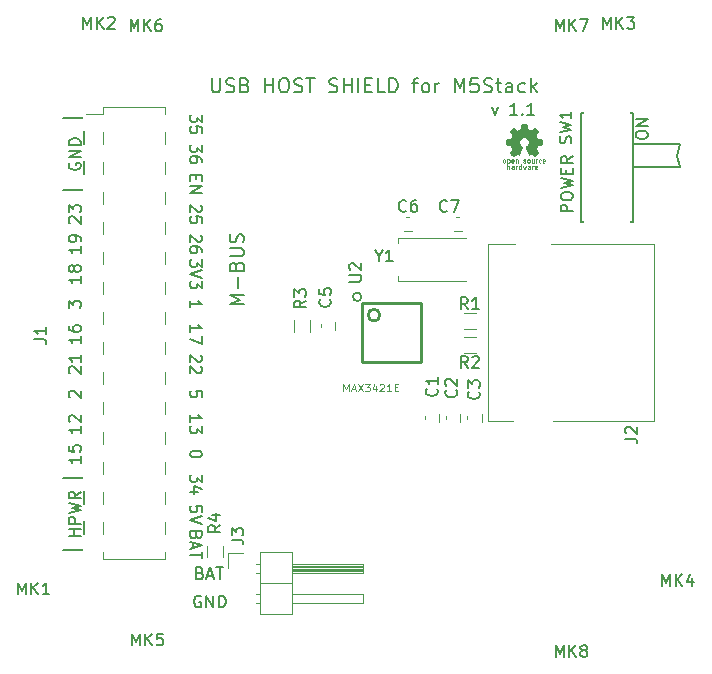
<source format=gto>
G04 #@! TF.FileFunction,Legend,Top*
%FSLAX46Y46*%
G04 Gerber Fmt 4.6, Leading zero omitted, Abs format (unit mm)*
G04 Created by KiCad (PCBNEW 4.0.7) date 07/27/18 08:10:25*
%MOMM*%
%LPD*%
G01*
G04 APERTURE LIST*
%ADD10C,0.100000*%
%ADD11C,0.150000*%
%ADD12C,0.080000*%
%ADD13C,0.200000*%
%ADD14C,0.120000*%
%ADD15C,0.254000*%
%ADD16C,0.002540*%
%ADD17C,0.050000*%
%ADD18C,3.600000*%
%ADD19R,1.150000X1.200000*%
%ADD20R,1.200000X1.150000*%
%ADD21C,2.600000*%
%ADD22R,0.900000X1.300000*%
%ADD23R,1.300000X0.900000*%
%ADD24R,1.543000X0.654000*%
%ADD25R,0.654000X1.543000*%
%ADD26R,2.400000X2.800000*%
%ADD27R,2.100000X2.100000*%
%ADD28O,2.100000X2.100000*%
%ADD29C,1.900000*%
%ADD30C,3.400000*%
%ADD31R,3.900000X3.200000*%
%ADD32R,1.750000X1.750000*%
%ADD33O,1.750000X1.750000*%
%ADD34C,1.200000*%
%ADD35C,1.400000*%
%ADD36R,3.550000X1.400000*%
G04 APERTURE END LIST*
D10*
D11*
X152474381Y-91328048D02*
X152474381Y-91137571D01*
X152522000Y-91042333D01*
X152617238Y-90947095D01*
X152807714Y-90899476D01*
X153141048Y-90899476D01*
X153331524Y-90947095D01*
X153426762Y-91042333D01*
X153474381Y-91137571D01*
X153474381Y-91328048D01*
X153426762Y-91423286D01*
X153331524Y-91518524D01*
X153141048Y-91566143D01*
X152807714Y-91566143D01*
X152617238Y-91518524D01*
X152522000Y-91423286D01*
X152474381Y-91328048D01*
X153474381Y-90470905D02*
X152474381Y-90470905D01*
X153474381Y-89899476D01*
X152474381Y-89899476D01*
X147124381Y-97717524D02*
X146124381Y-97717524D01*
X146124381Y-97336571D01*
X146172000Y-97241333D01*
X146219619Y-97193714D01*
X146314857Y-97146095D01*
X146457714Y-97146095D01*
X146552952Y-97193714D01*
X146600571Y-97241333D01*
X146648190Y-97336571D01*
X146648190Y-97717524D01*
X146124381Y-96527048D02*
X146124381Y-96336571D01*
X146172000Y-96241333D01*
X146267238Y-96146095D01*
X146457714Y-96098476D01*
X146791048Y-96098476D01*
X146981524Y-96146095D01*
X147076762Y-96241333D01*
X147124381Y-96336571D01*
X147124381Y-96527048D01*
X147076762Y-96622286D01*
X146981524Y-96717524D01*
X146791048Y-96765143D01*
X146457714Y-96765143D01*
X146267238Y-96717524D01*
X146172000Y-96622286D01*
X146124381Y-96527048D01*
X146124381Y-95765143D02*
X147124381Y-95527048D01*
X146410095Y-95336571D01*
X147124381Y-95146095D01*
X146124381Y-94908000D01*
X146600571Y-94527048D02*
X146600571Y-94193714D01*
X147124381Y-94050857D02*
X147124381Y-94527048D01*
X146124381Y-94527048D01*
X146124381Y-94050857D01*
X147124381Y-93050857D02*
X146648190Y-93384191D01*
X147124381Y-93622286D02*
X146124381Y-93622286D01*
X146124381Y-93241333D01*
X146172000Y-93146095D01*
X146219619Y-93098476D01*
X146314857Y-93050857D01*
X146457714Y-93050857D01*
X146552952Y-93098476D01*
X146600571Y-93146095D01*
X146648190Y-93241333D01*
X146648190Y-93622286D01*
D12*
X141602857Y-94140952D02*
X141602857Y-93740952D01*
X141774286Y-94140952D02*
X141774286Y-93931429D01*
X141755238Y-93893333D01*
X141717143Y-93874286D01*
X141660000Y-93874286D01*
X141621905Y-93893333D01*
X141602857Y-93912381D01*
X142136191Y-94140952D02*
X142136191Y-93931429D01*
X142117143Y-93893333D01*
X142079048Y-93874286D01*
X142002857Y-93874286D01*
X141964762Y-93893333D01*
X142136191Y-94121905D02*
X142098095Y-94140952D01*
X142002857Y-94140952D01*
X141964762Y-94121905D01*
X141945714Y-94083810D01*
X141945714Y-94045714D01*
X141964762Y-94007619D01*
X142002857Y-93988571D01*
X142098095Y-93988571D01*
X142136191Y-93969524D01*
X142326667Y-94140952D02*
X142326667Y-93874286D01*
X142326667Y-93950476D02*
X142345715Y-93912381D01*
X142364762Y-93893333D01*
X142402858Y-93874286D01*
X142440953Y-93874286D01*
X142745715Y-94140952D02*
X142745715Y-93740952D01*
X142745715Y-94121905D02*
X142707619Y-94140952D01*
X142631429Y-94140952D01*
X142593334Y-94121905D01*
X142574286Y-94102857D01*
X142555238Y-94064762D01*
X142555238Y-93950476D01*
X142574286Y-93912381D01*
X142593334Y-93893333D01*
X142631429Y-93874286D01*
X142707619Y-93874286D01*
X142745715Y-93893333D01*
X142898096Y-93874286D02*
X142974286Y-94140952D01*
X143050477Y-93950476D01*
X143126667Y-94140952D01*
X143202858Y-93874286D01*
X143526668Y-94140952D02*
X143526668Y-93931429D01*
X143507620Y-93893333D01*
X143469525Y-93874286D01*
X143393334Y-93874286D01*
X143355239Y-93893333D01*
X143526668Y-94121905D02*
X143488572Y-94140952D01*
X143393334Y-94140952D01*
X143355239Y-94121905D01*
X143336191Y-94083810D01*
X143336191Y-94045714D01*
X143355239Y-94007619D01*
X143393334Y-93988571D01*
X143488572Y-93988571D01*
X143526668Y-93969524D01*
X143717144Y-94140952D02*
X143717144Y-93874286D01*
X143717144Y-93950476D02*
X143736192Y-93912381D01*
X143755239Y-93893333D01*
X143793335Y-93874286D01*
X143831430Y-93874286D01*
X144117144Y-94121905D02*
X144079049Y-94140952D01*
X144002858Y-94140952D01*
X143964763Y-94121905D01*
X143945715Y-94083810D01*
X143945715Y-93931429D01*
X143964763Y-93893333D01*
X144002858Y-93874286D01*
X144079049Y-93874286D01*
X144117144Y-93893333D01*
X144136192Y-93931429D01*
X144136192Y-93969524D01*
X143945715Y-94007619D01*
X141295238Y-93590952D02*
X141257143Y-93571905D01*
X141238095Y-93552857D01*
X141219047Y-93514762D01*
X141219047Y-93400476D01*
X141238095Y-93362381D01*
X141257143Y-93343333D01*
X141295238Y-93324286D01*
X141352381Y-93324286D01*
X141390476Y-93343333D01*
X141409524Y-93362381D01*
X141428571Y-93400476D01*
X141428571Y-93514762D01*
X141409524Y-93552857D01*
X141390476Y-93571905D01*
X141352381Y-93590952D01*
X141295238Y-93590952D01*
X141600000Y-93324286D02*
X141600000Y-93724286D01*
X141600000Y-93343333D02*
X141638095Y-93324286D01*
X141714286Y-93324286D01*
X141752381Y-93343333D01*
X141771429Y-93362381D01*
X141790476Y-93400476D01*
X141790476Y-93514762D01*
X141771429Y-93552857D01*
X141752381Y-93571905D01*
X141714286Y-93590952D01*
X141638095Y-93590952D01*
X141600000Y-93571905D01*
X142114286Y-93571905D02*
X142076191Y-93590952D01*
X142000000Y-93590952D01*
X141961905Y-93571905D01*
X141942857Y-93533810D01*
X141942857Y-93381429D01*
X141961905Y-93343333D01*
X142000000Y-93324286D01*
X142076191Y-93324286D01*
X142114286Y-93343333D01*
X142133334Y-93381429D01*
X142133334Y-93419524D01*
X141942857Y-93457619D01*
X142304762Y-93324286D02*
X142304762Y-93590952D01*
X142304762Y-93362381D02*
X142323810Y-93343333D01*
X142361905Y-93324286D01*
X142419048Y-93324286D01*
X142457143Y-93343333D01*
X142476191Y-93381429D01*
X142476191Y-93590952D01*
X142952381Y-93571905D02*
X142990477Y-93590952D01*
X143066667Y-93590952D01*
X143104762Y-93571905D01*
X143123810Y-93533810D01*
X143123810Y-93514762D01*
X143104762Y-93476667D01*
X143066667Y-93457619D01*
X143009524Y-93457619D01*
X142971429Y-93438571D01*
X142952381Y-93400476D01*
X142952381Y-93381429D01*
X142971429Y-93343333D01*
X143009524Y-93324286D01*
X143066667Y-93324286D01*
X143104762Y-93343333D01*
X143352382Y-93590952D02*
X143314287Y-93571905D01*
X143295239Y-93552857D01*
X143276191Y-93514762D01*
X143276191Y-93400476D01*
X143295239Y-93362381D01*
X143314287Y-93343333D01*
X143352382Y-93324286D01*
X143409525Y-93324286D01*
X143447620Y-93343333D01*
X143466668Y-93362381D01*
X143485715Y-93400476D01*
X143485715Y-93514762D01*
X143466668Y-93552857D01*
X143447620Y-93571905D01*
X143409525Y-93590952D01*
X143352382Y-93590952D01*
X143828573Y-93324286D02*
X143828573Y-93590952D01*
X143657144Y-93324286D02*
X143657144Y-93533810D01*
X143676192Y-93571905D01*
X143714287Y-93590952D01*
X143771430Y-93590952D01*
X143809525Y-93571905D01*
X143828573Y-93552857D01*
X144019049Y-93590952D02*
X144019049Y-93324286D01*
X144019049Y-93400476D02*
X144038097Y-93362381D01*
X144057144Y-93343333D01*
X144095240Y-93324286D01*
X144133335Y-93324286D01*
X144438097Y-93571905D02*
X144400001Y-93590952D01*
X144323811Y-93590952D01*
X144285716Y-93571905D01*
X144266668Y-93552857D01*
X144247620Y-93514762D01*
X144247620Y-93400476D01*
X144266668Y-93362381D01*
X144285716Y-93343333D01*
X144323811Y-93324286D01*
X144400001Y-93324286D01*
X144438097Y-93343333D01*
X144761906Y-93571905D02*
X144723811Y-93590952D01*
X144647620Y-93590952D01*
X144609525Y-93571905D01*
X144590477Y-93533810D01*
X144590477Y-93381429D01*
X144609525Y-93343333D01*
X144647620Y-93324286D01*
X144723811Y-93324286D01*
X144761906Y-93343333D01*
X144780954Y-93381429D01*
X144780954Y-93419524D01*
X144590477Y-93457619D01*
D13*
X115638096Y-130300000D02*
X115542858Y-130252381D01*
X115400001Y-130252381D01*
X115257143Y-130300000D01*
X115161905Y-130395238D01*
X115114286Y-130490476D01*
X115066667Y-130680952D01*
X115066667Y-130823810D01*
X115114286Y-131014286D01*
X115161905Y-131109524D01*
X115257143Y-131204762D01*
X115400001Y-131252381D01*
X115495239Y-131252381D01*
X115638096Y-131204762D01*
X115685715Y-131157143D01*
X115685715Y-130823810D01*
X115495239Y-130823810D01*
X116114286Y-131252381D02*
X116114286Y-130252381D01*
X116685715Y-131252381D01*
X116685715Y-130252381D01*
X117161905Y-131252381D02*
X117161905Y-130252381D01*
X117400000Y-130252381D01*
X117542858Y-130300000D01*
X117638096Y-130395238D01*
X117685715Y-130490476D01*
X117733334Y-130680952D01*
X117733334Y-130823810D01*
X117685715Y-131014286D01*
X117638096Y-131109524D01*
X117542858Y-131204762D01*
X117400000Y-131252381D01*
X117161905Y-131252381D01*
X115561905Y-128328571D02*
X115704762Y-128376190D01*
X115752381Y-128423810D01*
X115800000Y-128519048D01*
X115800000Y-128661905D01*
X115752381Y-128757143D01*
X115704762Y-128804762D01*
X115609524Y-128852381D01*
X115228571Y-128852381D01*
X115228571Y-127852381D01*
X115561905Y-127852381D01*
X115657143Y-127900000D01*
X115704762Y-127947619D01*
X115752381Y-128042857D01*
X115752381Y-128138095D01*
X115704762Y-128233333D01*
X115657143Y-128280952D01*
X115561905Y-128328571D01*
X115228571Y-128328571D01*
X116180952Y-128566667D02*
X116657143Y-128566667D01*
X116085714Y-128852381D02*
X116419047Y-127852381D01*
X116752381Y-128852381D01*
X116942857Y-127852381D02*
X117514286Y-127852381D01*
X117228571Y-128852381D02*
X117228571Y-127852381D01*
X140290476Y-88885714D02*
X140528571Y-89552381D01*
X140766667Y-88885714D01*
X142433334Y-89552381D02*
X141861905Y-89552381D01*
X142147619Y-89552381D02*
X142147619Y-88552381D01*
X142052381Y-88695238D01*
X141957143Y-88790476D01*
X141861905Y-88838095D01*
X142861905Y-89457143D02*
X142909524Y-89504762D01*
X142861905Y-89552381D01*
X142814286Y-89504762D01*
X142861905Y-89457143D01*
X142861905Y-89552381D01*
X143861905Y-89552381D02*
X143290476Y-89552381D01*
X143576190Y-89552381D02*
X143576190Y-88552381D01*
X143480952Y-88695238D01*
X143385714Y-88790476D01*
X143290476Y-88838095D01*
X119274857Y-105589857D02*
X118074857Y-105589857D01*
X118932000Y-105189857D01*
X118074857Y-104789857D01*
X119274857Y-104789857D01*
X118817714Y-104218428D02*
X118817714Y-103304142D01*
X118646286Y-102332714D02*
X118703429Y-102161285D01*
X118760571Y-102104142D01*
X118874857Y-102046999D01*
X119046286Y-102046999D01*
X119160571Y-102104142D01*
X119217714Y-102161285D01*
X119274857Y-102275571D01*
X119274857Y-102732714D01*
X118074857Y-102732714D01*
X118074857Y-102332714D01*
X118132000Y-102218428D01*
X118189143Y-102161285D01*
X118303429Y-102104142D01*
X118417714Y-102104142D01*
X118532000Y-102161285D01*
X118589143Y-102218428D01*
X118646286Y-102332714D01*
X118646286Y-102732714D01*
X118074857Y-101532714D02*
X119046286Y-101532714D01*
X119160571Y-101475571D01*
X119217714Y-101418428D01*
X119274857Y-101304142D01*
X119274857Y-101075571D01*
X119217714Y-100961285D01*
X119160571Y-100904142D01*
X119046286Y-100846999D01*
X118074857Y-100846999D01*
X119217714Y-100332714D02*
X119274857Y-100161285D01*
X119274857Y-99875571D01*
X119217714Y-99761285D01*
X119160571Y-99704142D01*
X119046286Y-99646999D01*
X118932000Y-99646999D01*
X118817714Y-99704142D01*
X118760571Y-99761285D01*
X118703429Y-99875571D01*
X118646286Y-100104142D01*
X118589143Y-100218428D01*
X118532000Y-100275571D01*
X118417714Y-100332714D01*
X118303429Y-100332714D01*
X118189143Y-100275571D01*
X118132000Y-100218428D01*
X118074857Y-100104142D01*
X118074857Y-99818428D01*
X118132000Y-99646999D01*
X116585714Y-86442857D02*
X116585714Y-87414286D01*
X116642857Y-87528571D01*
X116700000Y-87585714D01*
X116814286Y-87642857D01*
X117042857Y-87642857D01*
X117157143Y-87585714D01*
X117214286Y-87528571D01*
X117271429Y-87414286D01*
X117271429Y-86442857D01*
X117785714Y-87585714D02*
X117957143Y-87642857D01*
X118242857Y-87642857D01*
X118357143Y-87585714D01*
X118414286Y-87528571D01*
X118471429Y-87414286D01*
X118471429Y-87300000D01*
X118414286Y-87185714D01*
X118357143Y-87128571D01*
X118242857Y-87071429D01*
X118014286Y-87014286D01*
X117900000Y-86957143D01*
X117842857Y-86900000D01*
X117785714Y-86785714D01*
X117785714Y-86671429D01*
X117842857Y-86557143D01*
X117900000Y-86500000D01*
X118014286Y-86442857D01*
X118300000Y-86442857D01*
X118471429Y-86500000D01*
X119385714Y-87014286D02*
X119557143Y-87071429D01*
X119614286Y-87128571D01*
X119671429Y-87242857D01*
X119671429Y-87414286D01*
X119614286Y-87528571D01*
X119557143Y-87585714D01*
X119442857Y-87642857D01*
X118985714Y-87642857D01*
X118985714Y-86442857D01*
X119385714Y-86442857D01*
X119500000Y-86500000D01*
X119557143Y-86557143D01*
X119614286Y-86671429D01*
X119614286Y-86785714D01*
X119557143Y-86900000D01*
X119500000Y-86957143D01*
X119385714Y-87014286D01*
X118985714Y-87014286D01*
X121100000Y-87642857D02*
X121100000Y-86442857D01*
X121100000Y-87014286D02*
X121785715Y-87014286D01*
X121785715Y-87642857D02*
X121785715Y-86442857D01*
X122585715Y-86442857D02*
X122814286Y-86442857D01*
X122928572Y-86500000D01*
X123042858Y-86614286D01*
X123100000Y-86842857D01*
X123100000Y-87242857D01*
X123042858Y-87471429D01*
X122928572Y-87585714D01*
X122814286Y-87642857D01*
X122585715Y-87642857D01*
X122471429Y-87585714D01*
X122357143Y-87471429D01*
X122300000Y-87242857D01*
X122300000Y-86842857D01*
X122357143Y-86614286D01*
X122471429Y-86500000D01*
X122585715Y-86442857D01*
X123557143Y-87585714D02*
X123728572Y-87642857D01*
X124014286Y-87642857D01*
X124128572Y-87585714D01*
X124185715Y-87528571D01*
X124242858Y-87414286D01*
X124242858Y-87300000D01*
X124185715Y-87185714D01*
X124128572Y-87128571D01*
X124014286Y-87071429D01*
X123785715Y-87014286D01*
X123671429Y-86957143D01*
X123614286Y-86900000D01*
X123557143Y-86785714D01*
X123557143Y-86671429D01*
X123614286Y-86557143D01*
X123671429Y-86500000D01*
X123785715Y-86442857D01*
X124071429Y-86442857D01*
X124242858Y-86500000D01*
X124585715Y-86442857D02*
X125271429Y-86442857D01*
X124928572Y-87642857D02*
X124928572Y-86442857D01*
X126528572Y-87585714D02*
X126700001Y-87642857D01*
X126985715Y-87642857D01*
X127100001Y-87585714D01*
X127157144Y-87528571D01*
X127214287Y-87414286D01*
X127214287Y-87300000D01*
X127157144Y-87185714D01*
X127100001Y-87128571D01*
X126985715Y-87071429D01*
X126757144Y-87014286D01*
X126642858Y-86957143D01*
X126585715Y-86900000D01*
X126528572Y-86785714D01*
X126528572Y-86671429D01*
X126585715Y-86557143D01*
X126642858Y-86500000D01*
X126757144Y-86442857D01*
X127042858Y-86442857D01*
X127214287Y-86500000D01*
X127728572Y-87642857D02*
X127728572Y-86442857D01*
X127728572Y-87014286D02*
X128414287Y-87014286D01*
X128414287Y-87642857D02*
X128414287Y-86442857D01*
X128985715Y-87642857D02*
X128985715Y-86442857D01*
X129557144Y-87014286D02*
X129957144Y-87014286D01*
X130128573Y-87642857D02*
X129557144Y-87642857D01*
X129557144Y-86442857D01*
X130128573Y-86442857D01*
X131214287Y-87642857D02*
X130642858Y-87642857D01*
X130642858Y-86442857D01*
X131614287Y-87642857D02*
X131614287Y-86442857D01*
X131900002Y-86442857D01*
X132071430Y-86500000D01*
X132185716Y-86614286D01*
X132242859Y-86728571D01*
X132300002Y-86957143D01*
X132300002Y-87128571D01*
X132242859Y-87357143D01*
X132185716Y-87471429D01*
X132071430Y-87585714D01*
X131900002Y-87642857D01*
X131614287Y-87642857D01*
X133557145Y-86842857D02*
X134014288Y-86842857D01*
X133728573Y-87642857D02*
X133728573Y-86614286D01*
X133785716Y-86500000D01*
X133900002Y-86442857D01*
X134014288Y-86442857D01*
X134585716Y-87642857D02*
X134471430Y-87585714D01*
X134414287Y-87528571D01*
X134357144Y-87414286D01*
X134357144Y-87071429D01*
X134414287Y-86957143D01*
X134471430Y-86900000D01*
X134585716Y-86842857D01*
X134757144Y-86842857D01*
X134871430Y-86900000D01*
X134928573Y-86957143D01*
X134985716Y-87071429D01*
X134985716Y-87414286D01*
X134928573Y-87528571D01*
X134871430Y-87585714D01*
X134757144Y-87642857D01*
X134585716Y-87642857D01*
X135500001Y-87642857D02*
X135500001Y-86842857D01*
X135500001Y-87071429D02*
X135557144Y-86957143D01*
X135614287Y-86900000D01*
X135728573Y-86842857D01*
X135842858Y-86842857D01*
X137157144Y-87642857D02*
X137157144Y-86442857D01*
X137557144Y-87300000D01*
X137957144Y-86442857D01*
X137957144Y-87642857D01*
X139100002Y-86442857D02*
X138528573Y-86442857D01*
X138471430Y-87014286D01*
X138528573Y-86957143D01*
X138642859Y-86900000D01*
X138928573Y-86900000D01*
X139042859Y-86957143D01*
X139100002Y-87014286D01*
X139157145Y-87128571D01*
X139157145Y-87414286D01*
X139100002Y-87528571D01*
X139042859Y-87585714D01*
X138928573Y-87642857D01*
X138642859Y-87642857D01*
X138528573Y-87585714D01*
X138471430Y-87528571D01*
X139614287Y-87585714D02*
X139785716Y-87642857D01*
X140071430Y-87642857D01*
X140185716Y-87585714D01*
X140242859Y-87528571D01*
X140300002Y-87414286D01*
X140300002Y-87300000D01*
X140242859Y-87185714D01*
X140185716Y-87128571D01*
X140071430Y-87071429D01*
X139842859Y-87014286D01*
X139728573Y-86957143D01*
X139671430Y-86900000D01*
X139614287Y-86785714D01*
X139614287Y-86671429D01*
X139671430Y-86557143D01*
X139728573Y-86500000D01*
X139842859Y-86442857D01*
X140128573Y-86442857D01*
X140300002Y-86500000D01*
X140642859Y-86842857D02*
X141100002Y-86842857D01*
X140814287Y-86442857D02*
X140814287Y-87471429D01*
X140871430Y-87585714D01*
X140985716Y-87642857D01*
X141100002Y-87642857D01*
X142014287Y-87642857D02*
X142014287Y-87014286D01*
X141957144Y-86900000D01*
X141842858Y-86842857D01*
X141614287Y-86842857D01*
X141500001Y-86900000D01*
X142014287Y-87585714D02*
X141900001Y-87642857D01*
X141614287Y-87642857D01*
X141500001Y-87585714D01*
X141442858Y-87471429D01*
X141442858Y-87357143D01*
X141500001Y-87242857D01*
X141614287Y-87185714D01*
X141900001Y-87185714D01*
X142014287Y-87128571D01*
X143100001Y-87585714D02*
X142985715Y-87642857D01*
X142757144Y-87642857D01*
X142642858Y-87585714D01*
X142585715Y-87528571D01*
X142528572Y-87414286D01*
X142528572Y-87071429D01*
X142585715Y-86957143D01*
X142642858Y-86900000D01*
X142757144Y-86842857D01*
X142985715Y-86842857D01*
X143100001Y-86900000D01*
X143614286Y-87642857D02*
X143614286Y-86442857D01*
X143728572Y-87185714D02*
X144071429Y-87642857D01*
X144071429Y-86842857D02*
X143614286Y-87300000D01*
X129233210Y-104952000D02*
G75*
G03X129233210Y-104952000I-359210J0D01*
G01*
X115247429Y-125149905D02*
X115199810Y-125292762D01*
X115152190Y-125340381D01*
X115056952Y-125388000D01*
X114914095Y-125388000D01*
X114818857Y-125340381D01*
X114771238Y-125292762D01*
X114723619Y-125197524D01*
X114723619Y-124816571D01*
X115723619Y-124816571D01*
X115723619Y-125149905D01*
X115676000Y-125245143D01*
X115628381Y-125292762D01*
X115533143Y-125340381D01*
X115437905Y-125340381D01*
X115342667Y-125292762D01*
X115295048Y-125245143D01*
X115247429Y-125149905D01*
X115247429Y-124816571D01*
X115009333Y-125768952D02*
X115009333Y-126245143D01*
X114723619Y-125673714D02*
X115723619Y-126007047D01*
X114723619Y-126340381D01*
X115723619Y-126530857D02*
X115723619Y-127102286D01*
X114723619Y-126816571D02*
X115723619Y-126816571D01*
X115723619Y-123157524D02*
X115723619Y-122681333D01*
X115247429Y-122633714D01*
X115295048Y-122681333D01*
X115342667Y-122776571D01*
X115342667Y-123014667D01*
X115295048Y-123109905D01*
X115247429Y-123157524D01*
X115152190Y-123205143D01*
X114914095Y-123205143D01*
X114818857Y-123157524D01*
X114771238Y-123109905D01*
X114723619Y-123014667D01*
X114723619Y-122776571D01*
X114771238Y-122681333D01*
X114818857Y-122633714D01*
X115723619Y-123490857D02*
X114723619Y-123824190D01*
X115723619Y-124157524D01*
X115723619Y-119998476D02*
X115723619Y-120617524D01*
X115342667Y-120284190D01*
X115342667Y-120427048D01*
X115295048Y-120522286D01*
X115247429Y-120569905D01*
X115152190Y-120617524D01*
X114914095Y-120617524D01*
X114818857Y-120569905D01*
X114771238Y-120522286D01*
X114723619Y-120427048D01*
X114723619Y-120141333D01*
X114771238Y-120046095D01*
X114818857Y-119998476D01*
X115390286Y-121474667D02*
X114723619Y-121474667D01*
X115771238Y-121236571D02*
X115056952Y-120998476D01*
X115056952Y-121617524D01*
X115723619Y-118220381D02*
X115723619Y-118315620D01*
X115676000Y-118410858D01*
X115628381Y-118458477D01*
X115533143Y-118506096D01*
X115342667Y-118553715D01*
X115104571Y-118553715D01*
X114914095Y-118506096D01*
X114818857Y-118458477D01*
X114771238Y-118410858D01*
X114723619Y-118315620D01*
X114723619Y-118220381D01*
X114771238Y-118125143D01*
X114818857Y-118077524D01*
X114914095Y-118029905D01*
X115104571Y-117982286D01*
X115342667Y-117982286D01*
X115533143Y-118029905D01*
X115628381Y-118077524D01*
X115676000Y-118125143D01*
X115723619Y-118220381D01*
X114723619Y-115537524D02*
X114723619Y-114966095D01*
X114723619Y-115251809D02*
X115723619Y-115251809D01*
X115580762Y-115156571D01*
X115485524Y-115061333D01*
X115437905Y-114966095D01*
X115723619Y-115870857D02*
X115723619Y-116489905D01*
X115342667Y-116156571D01*
X115342667Y-116299429D01*
X115295048Y-116394667D01*
X115247429Y-116442286D01*
X115152190Y-116489905D01*
X114914095Y-116489905D01*
X114818857Y-116442286D01*
X114771238Y-116394667D01*
X114723619Y-116299429D01*
X114723619Y-116013714D01*
X114771238Y-115918476D01*
X114818857Y-115870857D01*
X115723619Y-113426096D02*
X115723619Y-112949905D01*
X115247429Y-112902286D01*
X115295048Y-112949905D01*
X115342667Y-113045143D01*
X115342667Y-113283239D01*
X115295048Y-113378477D01*
X115247429Y-113426096D01*
X115152190Y-113473715D01*
X114914095Y-113473715D01*
X114818857Y-113426096D01*
X114771238Y-113378477D01*
X114723619Y-113283239D01*
X114723619Y-113045143D01*
X114771238Y-112949905D01*
X114818857Y-112902286D01*
X115628381Y-109886095D02*
X115676000Y-109933714D01*
X115723619Y-110028952D01*
X115723619Y-110267048D01*
X115676000Y-110362286D01*
X115628381Y-110409905D01*
X115533143Y-110457524D01*
X115437905Y-110457524D01*
X115295048Y-110409905D01*
X114723619Y-109838476D01*
X114723619Y-110457524D01*
X115628381Y-110838476D02*
X115676000Y-110886095D01*
X115723619Y-110981333D01*
X115723619Y-111219429D01*
X115676000Y-111314667D01*
X115628381Y-111362286D01*
X115533143Y-111409905D01*
X115437905Y-111409905D01*
X115295048Y-111362286D01*
X114723619Y-110790857D01*
X114723619Y-111409905D01*
X114723619Y-107917524D02*
X114723619Y-107346095D01*
X114723619Y-107631809D02*
X115723619Y-107631809D01*
X115580762Y-107536571D01*
X115485524Y-107441333D01*
X115437905Y-107346095D01*
X115723619Y-108250857D02*
X115723619Y-108917524D01*
X114723619Y-108488952D01*
X114723619Y-105853715D02*
X114723619Y-105282286D01*
X114723619Y-105568000D02*
X115723619Y-105568000D01*
X115580762Y-105472762D01*
X115485524Y-105377524D01*
X115437905Y-105282286D01*
X115723619Y-101789905D02*
X115723619Y-102408953D01*
X115342667Y-102075619D01*
X115342667Y-102218477D01*
X115295048Y-102313715D01*
X115247429Y-102361334D01*
X115152190Y-102408953D01*
X114914095Y-102408953D01*
X114818857Y-102361334D01*
X114771238Y-102313715D01*
X114723619Y-102218477D01*
X114723619Y-101932762D01*
X114771238Y-101837524D01*
X114818857Y-101789905D01*
X115723619Y-102694667D02*
X114723619Y-103028000D01*
X115723619Y-103361334D01*
X115723619Y-103599429D02*
X115723619Y-104218477D01*
X115342667Y-103885143D01*
X115342667Y-104028001D01*
X115295048Y-104123239D01*
X115247429Y-104170858D01*
X115152190Y-104218477D01*
X114914095Y-104218477D01*
X114818857Y-104170858D01*
X114771238Y-104123239D01*
X114723619Y-104028001D01*
X114723619Y-103742286D01*
X114771238Y-103647048D01*
X114818857Y-103599429D01*
X115628381Y-99726095D02*
X115676000Y-99773714D01*
X115723619Y-99868952D01*
X115723619Y-100107048D01*
X115676000Y-100202286D01*
X115628381Y-100249905D01*
X115533143Y-100297524D01*
X115437905Y-100297524D01*
X115295048Y-100249905D01*
X114723619Y-99678476D01*
X114723619Y-100297524D01*
X115723619Y-101154667D02*
X115723619Y-100964190D01*
X115676000Y-100868952D01*
X115628381Y-100821333D01*
X115485524Y-100726095D01*
X115295048Y-100678476D01*
X114914095Y-100678476D01*
X114818857Y-100726095D01*
X114771238Y-100773714D01*
X114723619Y-100868952D01*
X114723619Y-101059429D01*
X114771238Y-101154667D01*
X114818857Y-101202286D01*
X114914095Y-101249905D01*
X115152190Y-101249905D01*
X115247429Y-101202286D01*
X115295048Y-101154667D01*
X115342667Y-101059429D01*
X115342667Y-100868952D01*
X115295048Y-100773714D01*
X115247429Y-100726095D01*
X115152190Y-100678476D01*
X115628381Y-97186095D02*
X115676000Y-97233714D01*
X115723619Y-97328952D01*
X115723619Y-97567048D01*
X115676000Y-97662286D01*
X115628381Y-97709905D01*
X115533143Y-97757524D01*
X115437905Y-97757524D01*
X115295048Y-97709905D01*
X114723619Y-97138476D01*
X114723619Y-97757524D01*
X115723619Y-98662286D02*
X115723619Y-98186095D01*
X115247429Y-98138476D01*
X115295048Y-98186095D01*
X115342667Y-98281333D01*
X115342667Y-98519429D01*
X115295048Y-98614667D01*
X115247429Y-98662286D01*
X115152190Y-98709905D01*
X114914095Y-98709905D01*
X114818857Y-98662286D01*
X114771238Y-98614667D01*
X114723619Y-98519429D01*
X114723619Y-98281333D01*
X114771238Y-98186095D01*
X114818857Y-98138476D01*
X115247429Y-94669905D02*
X115247429Y-95003239D01*
X114723619Y-95146096D02*
X114723619Y-94669905D01*
X115723619Y-94669905D01*
X115723619Y-95146096D01*
X114723619Y-95574667D02*
X115723619Y-95574667D01*
X114723619Y-96146096D01*
X115723619Y-96146096D01*
X115723619Y-92058476D02*
X115723619Y-92677524D01*
X115342667Y-92344190D01*
X115342667Y-92487048D01*
X115295048Y-92582286D01*
X115247429Y-92629905D01*
X115152190Y-92677524D01*
X114914095Y-92677524D01*
X114818857Y-92629905D01*
X114771238Y-92582286D01*
X114723619Y-92487048D01*
X114723619Y-92201333D01*
X114771238Y-92106095D01*
X114818857Y-92058476D01*
X115723619Y-93534667D02*
X115723619Y-93344190D01*
X115676000Y-93248952D01*
X115628381Y-93201333D01*
X115485524Y-93106095D01*
X115295048Y-93058476D01*
X114914095Y-93058476D01*
X114818857Y-93106095D01*
X114771238Y-93153714D01*
X114723619Y-93248952D01*
X114723619Y-93439429D01*
X114771238Y-93534667D01*
X114818857Y-93582286D01*
X114914095Y-93629905D01*
X115152190Y-93629905D01*
X115247429Y-93582286D01*
X115295048Y-93534667D01*
X115342667Y-93439429D01*
X115342667Y-93248952D01*
X115295048Y-93153714D01*
X115247429Y-93106095D01*
X115152190Y-93058476D01*
X115723619Y-89518476D02*
X115723619Y-90137524D01*
X115342667Y-89804190D01*
X115342667Y-89947048D01*
X115295048Y-90042286D01*
X115247429Y-90089905D01*
X115152190Y-90137524D01*
X114914095Y-90137524D01*
X114818857Y-90089905D01*
X114771238Y-90042286D01*
X114723619Y-89947048D01*
X114723619Y-89661333D01*
X114771238Y-89566095D01*
X114818857Y-89518476D01*
X115723619Y-91042286D02*
X115723619Y-90566095D01*
X115247429Y-90518476D01*
X115295048Y-90566095D01*
X115342667Y-90661333D01*
X115342667Y-90899429D01*
X115295048Y-90994667D01*
X115247429Y-91042286D01*
X115152190Y-91089905D01*
X114914095Y-91089905D01*
X114818857Y-91042286D01*
X114771238Y-90994667D01*
X114723619Y-90899429D01*
X114723619Y-90661333D01*
X114771238Y-90566095D01*
X114818857Y-90518476D01*
X105778000Y-126396000D02*
X104000000Y-126396000D01*
X105778000Y-120300000D02*
X105778000Y-126396000D01*
X104000000Y-120300000D02*
X105778000Y-120300000D01*
X105778000Y-89820000D02*
X105778000Y-95916000D01*
X105778000Y-95916000D02*
X104000000Y-95916000D01*
X104000000Y-89820000D02*
X105778000Y-89820000D01*
X105468381Y-125205143D02*
X104468381Y-125205143D01*
X104944571Y-125205143D02*
X104944571Y-124633714D01*
X105468381Y-124633714D02*
X104468381Y-124633714D01*
X105468381Y-124157524D02*
X104468381Y-124157524D01*
X104468381Y-123776571D01*
X104516000Y-123681333D01*
X104563619Y-123633714D01*
X104658857Y-123586095D01*
X104801714Y-123586095D01*
X104896952Y-123633714D01*
X104944571Y-123681333D01*
X104992190Y-123776571D01*
X104992190Y-124157524D01*
X104468381Y-123252762D02*
X105468381Y-123014667D01*
X104754095Y-122824190D01*
X105468381Y-122633714D01*
X104468381Y-122395619D01*
X105468381Y-121443238D02*
X104992190Y-121776572D01*
X105468381Y-122014667D02*
X104468381Y-122014667D01*
X104468381Y-121633714D01*
X104516000Y-121538476D01*
X104563619Y-121490857D01*
X104658857Y-121443238D01*
X104801714Y-121443238D01*
X104896952Y-121490857D01*
X104944571Y-121538476D01*
X104992190Y-121633714D01*
X104992190Y-122014667D01*
X105468381Y-118458476D02*
X105468381Y-119029905D01*
X105468381Y-118744191D02*
X104468381Y-118744191D01*
X104611238Y-118839429D01*
X104706476Y-118934667D01*
X104754095Y-119029905D01*
X104468381Y-117553714D02*
X104468381Y-118029905D01*
X104944571Y-118077524D01*
X104896952Y-118029905D01*
X104849333Y-117934667D01*
X104849333Y-117696571D01*
X104896952Y-117601333D01*
X104944571Y-117553714D01*
X105039810Y-117506095D01*
X105277905Y-117506095D01*
X105373143Y-117553714D01*
X105420762Y-117601333D01*
X105468381Y-117696571D01*
X105468381Y-117934667D01*
X105420762Y-118029905D01*
X105373143Y-118077524D01*
X105468381Y-115918476D02*
X105468381Y-116489905D01*
X105468381Y-116204191D02*
X104468381Y-116204191D01*
X104611238Y-116299429D01*
X104706476Y-116394667D01*
X104754095Y-116489905D01*
X104563619Y-115537524D02*
X104516000Y-115489905D01*
X104468381Y-115394667D01*
X104468381Y-115156571D01*
X104516000Y-115061333D01*
X104563619Y-115013714D01*
X104658857Y-114966095D01*
X104754095Y-114966095D01*
X104896952Y-115013714D01*
X105468381Y-115585143D01*
X105468381Y-114966095D01*
X104563619Y-113473714D02*
X104516000Y-113426095D01*
X104468381Y-113330857D01*
X104468381Y-113092761D01*
X104516000Y-112997523D01*
X104563619Y-112949904D01*
X104658857Y-112902285D01*
X104754095Y-112902285D01*
X104896952Y-112949904D01*
X105468381Y-113521333D01*
X105468381Y-112902285D01*
X104563619Y-111409905D02*
X104516000Y-111362286D01*
X104468381Y-111267048D01*
X104468381Y-111028952D01*
X104516000Y-110933714D01*
X104563619Y-110886095D01*
X104658857Y-110838476D01*
X104754095Y-110838476D01*
X104896952Y-110886095D01*
X105468381Y-111457524D01*
X105468381Y-110838476D01*
X105468381Y-109886095D02*
X105468381Y-110457524D01*
X105468381Y-110171810D02*
X104468381Y-110171810D01*
X104611238Y-110267048D01*
X104706476Y-110362286D01*
X104754095Y-110457524D01*
X105468381Y-108298476D02*
X105468381Y-108869905D01*
X105468381Y-108584191D02*
X104468381Y-108584191D01*
X104611238Y-108679429D01*
X104706476Y-108774667D01*
X104754095Y-108869905D01*
X104468381Y-107441333D02*
X104468381Y-107631810D01*
X104516000Y-107727048D01*
X104563619Y-107774667D01*
X104706476Y-107869905D01*
X104896952Y-107917524D01*
X105277905Y-107917524D01*
X105373143Y-107869905D01*
X105420762Y-107822286D01*
X105468381Y-107727048D01*
X105468381Y-107536571D01*
X105420762Y-107441333D01*
X105373143Y-107393714D01*
X105277905Y-107346095D01*
X105039810Y-107346095D01*
X104944571Y-107393714D01*
X104896952Y-107441333D01*
X104849333Y-107536571D01*
X104849333Y-107727048D01*
X104896952Y-107822286D01*
X104944571Y-107869905D01*
X105039810Y-107917524D01*
X104468381Y-105901333D02*
X104468381Y-105282285D01*
X104849333Y-105615619D01*
X104849333Y-105472761D01*
X104896952Y-105377523D01*
X104944571Y-105329904D01*
X105039810Y-105282285D01*
X105277905Y-105282285D01*
X105373143Y-105329904D01*
X105420762Y-105377523D01*
X105468381Y-105472761D01*
X105468381Y-105758476D01*
X105420762Y-105853714D01*
X105373143Y-105901333D01*
X105468381Y-103218476D02*
X105468381Y-103789905D01*
X105468381Y-103504191D02*
X104468381Y-103504191D01*
X104611238Y-103599429D01*
X104706476Y-103694667D01*
X104754095Y-103789905D01*
X104896952Y-102647048D02*
X104849333Y-102742286D01*
X104801714Y-102789905D01*
X104706476Y-102837524D01*
X104658857Y-102837524D01*
X104563619Y-102789905D01*
X104516000Y-102742286D01*
X104468381Y-102647048D01*
X104468381Y-102456571D01*
X104516000Y-102361333D01*
X104563619Y-102313714D01*
X104658857Y-102266095D01*
X104706476Y-102266095D01*
X104801714Y-102313714D01*
X104849333Y-102361333D01*
X104896952Y-102456571D01*
X104896952Y-102647048D01*
X104944571Y-102742286D01*
X104992190Y-102789905D01*
X105087429Y-102837524D01*
X105277905Y-102837524D01*
X105373143Y-102789905D01*
X105420762Y-102742286D01*
X105468381Y-102647048D01*
X105468381Y-102456571D01*
X105420762Y-102361333D01*
X105373143Y-102313714D01*
X105277905Y-102266095D01*
X105087429Y-102266095D01*
X104992190Y-102313714D01*
X104944571Y-102361333D01*
X104896952Y-102456571D01*
X105468381Y-100678476D02*
X105468381Y-101249905D01*
X105468381Y-100964191D02*
X104468381Y-100964191D01*
X104611238Y-101059429D01*
X104706476Y-101154667D01*
X104754095Y-101249905D01*
X105468381Y-100202286D02*
X105468381Y-100011810D01*
X105420762Y-99916571D01*
X105373143Y-99868952D01*
X105230286Y-99773714D01*
X105039810Y-99726095D01*
X104658857Y-99726095D01*
X104563619Y-99773714D01*
X104516000Y-99821333D01*
X104468381Y-99916571D01*
X104468381Y-100107048D01*
X104516000Y-100202286D01*
X104563619Y-100249905D01*
X104658857Y-100297524D01*
X104896952Y-100297524D01*
X104992190Y-100249905D01*
X105039810Y-100202286D01*
X105087429Y-100107048D01*
X105087429Y-99916571D01*
X105039810Y-99821333D01*
X104992190Y-99773714D01*
X104896952Y-99726095D01*
X104563619Y-98709905D02*
X104516000Y-98662286D01*
X104468381Y-98567048D01*
X104468381Y-98328952D01*
X104516000Y-98233714D01*
X104563619Y-98186095D01*
X104658857Y-98138476D01*
X104754095Y-98138476D01*
X104896952Y-98186095D01*
X105468381Y-98757524D01*
X105468381Y-98138476D01*
X104468381Y-97805143D02*
X104468381Y-97186095D01*
X104849333Y-97519429D01*
X104849333Y-97376571D01*
X104896952Y-97281333D01*
X104944571Y-97233714D01*
X105039810Y-97186095D01*
X105277905Y-97186095D01*
X105373143Y-97233714D01*
X105420762Y-97281333D01*
X105468381Y-97376571D01*
X105468381Y-97662286D01*
X105420762Y-97757524D01*
X105373143Y-97805143D01*
X104516000Y-93629904D02*
X104468381Y-93725142D01*
X104468381Y-93867999D01*
X104516000Y-94010857D01*
X104611238Y-94106095D01*
X104706476Y-94153714D01*
X104896952Y-94201333D01*
X105039810Y-94201333D01*
X105230286Y-94153714D01*
X105325524Y-94106095D01*
X105420762Y-94010857D01*
X105468381Y-93867999D01*
X105468381Y-93772761D01*
X105420762Y-93629904D01*
X105373143Y-93582285D01*
X105039810Y-93582285D01*
X105039810Y-93772761D01*
X105468381Y-93153714D02*
X104468381Y-93153714D01*
X105468381Y-92582285D01*
X104468381Y-92582285D01*
X105468381Y-92106095D02*
X104468381Y-92106095D01*
X104468381Y-91868000D01*
X104516000Y-91725142D01*
X104611238Y-91629904D01*
X104706476Y-91582285D01*
X104896952Y-91534666D01*
X105039810Y-91534666D01*
X105230286Y-91582285D01*
X105325524Y-91629904D01*
X105420762Y-91725142D01*
X105468381Y-91868000D01*
X105468381Y-92106095D01*
D14*
X138214000Y-115570000D02*
X138214000Y-114870000D01*
X139414000Y-114870000D02*
X139414000Y-115570000D01*
X134642000Y-115570000D02*
X134642000Y-114870000D01*
X135842000Y-114870000D02*
X135842000Y-115570000D01*
X136420000Y-115570000D02*
X136420000Y-114870000D01*
X137620000Y-114870000D02*
X137620000Y-115570000D01*
X125800000Y-107750000D02*
X125800000Y-107050000D01*
X127000000Y-107050000D02*
X127000000Y-107750000D01*
X133550000Y-99400000D02*
X132850000Y-99400000D01*
X132850000Y-98200000D02*
X133550000Y-98200000D01*
X137050000Y-98200000D02*
X137750000Y-98200000D01*
X137750000Y-99400000D02*
X137050000Y-99400000D01*
X138900000Y-107680000D02*
X137900000Y-107680000D01*
X137900000Y-106320000D02*
X138900000Y-106320000D01*
X138900000Y-109680000D02*
X137900000Y-109680000D01*
X137900000Y-108320000D02*
X138900000Y-108320000D01*
X124880000Y-106900000D02*
X124880000Y-107900000D01*
X123520000Y-107900000D02*
X123520000Y-106900000D01*
D15*
X129300000Y-110500000D02*
X134300000Y-110500000D01*
X134300000Y-110500000D02*
X134300000Y-105500000D01*
X134300000Y-105500000D02*
X129300000Y-105500000D01*
X129300000Y-105500000D02*
X129300000Y-110500000D01*
X130800000Y-106500000D02*
G75*
G03X130800000Y-106500000I-500000J0D01*
G01*
D14*
X138100000Y-100000000D02*
X132350000Y-100000000D01*
X132350000Y-100000000D02*
X132350000Y-103600000D01*
X132350000Y-103600000D02*
X138100000Y-103600000D01*
X120680000Y-126590000D02*
X120680000Y-131790000D01*
X120680000Y-131790000D02*
X123340000Y-131790000D01*
X123340000Y-131790000D02*
X123340000Y-126590000D01*
X123340000Y-126590000D02*
X120680000Y-126590000D01*
X123340000Y-127540000D02*
X129340000Y-127540000D01*
X129340000Y-127540000D02*
X129340000Y-128300000D01*
X129340000Y-128300000D02*
X123340000Y-128300000D01*
X123340000Y-127600000D02*
X129340000Y-127600000D01*
X123340000Y-127720000D02*
X129340000Y-127720000D01*
X123340000Y-127840000D02*
X129340000Y-127840000D01*
X123340000Y-127960000D02*
X129340000Y-127960000D01*
X123340000Y-128080000D02*
X129340000Y-128080000D01*
X123340000Y-128200000D02*
X129340000Y-128200000D01*
X120350000Y-127540000D02*
X120680000Y-127540000D01*
X120350000Y-128300000D02*
X120680000Y-128300000D01*
X120680000Y-129190000D02*
X123340000Y-129190000D01*
X123340000Y-130080000D02*
X129340000Y-130080000D01*
X129340000Y-130080000D02*
X129340000Y-130840000D01*
X129340000Y-130840000D02*
X123340000Y-130840000D01*
X120282929Y-130080000D02*
X120680000Y-130080000D01*
X120282929Y-130840000D02*
X120680000Y-130840000D01*
X117970000Y-127920000D02*
X117970000Y-126650000D01*
X117970000Y-126650000D02*
X119240000Y-126650000D01*
D16*
G36*
X142090680Y-93046200D02*
X142108460Y-93038580D01*
X142141480Y-93015720D01*
X142192280Y-92982700D01*
X142250700Y-92944600D01*
X142311660Y-92903960D01*
X142359920Y-92870940D01*
X142395480Y-92848080D01*
X142408180Y-92840460D01*
X142415800Y-92843000D01*
X142443740Y-92858240D01*
X142484380Y-92878560D01*
X142509780Y-92891260D01*
X142547880Y-92906500D01*
X142565660Y-92911580D01*
X142568200Y-92906500D01*
X142583440Y-92876020D01*
X142603760Y-92827760D01*
X142631700Y-92761720D01*
X142664720Y-92685520D01*
X142700280Y-92604240D01*
X142733300Y-92520420D01*
X142766320Y-92441680D01*
X142796800Y-92368020D01*
X142819660Y-92309600D01*
X142834900Y-92268960D01*
X142842520Y-92251180D01*
X142839980Y-92248640D01*
X142822200Y-92230860D01*
X142789180Y-92205460D01*
X142718060Y-92147040D01*
X142646940Y-92060680D01*
X142603760Y-91961620D01*
X142591060Y-91849860D01*
X142601220Y-91748260D01*
X142641860Y-91651740D01*
X142710440Y-91562840D01*
X142794260Y-91496800D01*
X142890780Y-91456160D01*
X143000000Y-91443460D01*
X143104140Y-91453620D01*
X143203200Y-91494260D01*
X143292100Y-91560300D01*
X143330200Y-91603480D01*
X143381000Y-91694920D01*
X143411480Y-91788900D01*
X143414020Y-91811760D01*
X143408940Y-91918440D01*
X143378460Y-92020040D01*
X143322580Y-92108940D01*
X143246380Y-92182600D01*
X143236220Y-92190220D01*
X143200660Y-92218160D01*
X143175260Y-92235940D01*
X143157480Y-92251180D01*
X143292100Y-92573760D01*
X143312420Y-92624560D01*
X143350520Y-92713460D01*
X143381000Y-92789660D01*
X143408940Y-92850620D01*
X143426720Y-92891260D01*
X143434340Y-92906500D01*
X143434340Y-92906500D01*
X143447040Y-92909040D01*
X143469900Y-92901420D01*
X143515620Y-92878560D01*
X143546100Y-92863320D01*
X143579120Y-92848080D01*
X143594360Y-92840460D01*
X143609600Y-92848080D01*
X143642620Y-92868400D01*
X143688340Y-92901420D01*
X143746760Y-92939520D01*
X143802640Y-92977620D01*
X143853440Y-93010640D01*
X143889000Y-93036040D01*
X143906780Y-93043660D01*
X143909320Y-93043660D01*
X143927100Y-93036040D01*
X143955040Y-93010640D01*
X143998220Y-92970000D01*
X144061720Y-92909040D01*
X144071880Y-92898880D01*
X144122680Y-92848080D01*
X144163320Y-92802360D01*
X144191260Y-92771880D01*
X144201420Y-92759180D01*
X144201420Y-92759180D01*
X144191260Y-92741400D01*
X144168400Y-92703300D01*
X144135380Y-92652500D01*
X144094740Y-92591540D01*
X143988060Y-92436600D01*
X144046480Y-92291820D01*
X144064260Y-92246100D01*
X144087120Y-92190220D01*
X144104900Y-92152120D01*
X144112520Y-92134340D01*
X144130300Y-92129260D01*
X144168400Y-92119100D01*
X144226820Y-92108940D01*
X144297940Y-92096240D01*
X144363980Y-92083540D01*
X144422400Y-92070840D01*
X144465580Y-92063220D01*
X144485900Y-92060680D01*
X144490980Y-92055600D01*
X144493520Y-92047980D01*
X144496060Y-92027660D01*
X144498600Y-91989560D01*
X144498600Y-91933680D01*
X144498600Y-91849860D01*
X144498600Y-91842240D01*
X144498600Y-91763500D01*
X144496060Y-91700000D01*
X144493520Y-91661900D01*
X144490980Y-91644120D01*
X144490980Y-91644120D01*
X144473200Y-91639040D01*
X144430020Y-91631420D01*
X144371600Y-91618720D01*
X144300480Y-91606020D01*
X144295400Y-91606020D01*
X144224280Y-91590780D01*
X144165860Y-91578080D01*
X144122680Y-91570460D01*
X144104900Y-91562840D01*
X144102360Y-91557760D01*
X144087120Y-91529820D01*
X144066800Y-91486640D01*
X144043940Y-91433300D01*
X144021080Y-91377420D01*
X144000760Y-91326620D01*
X143988060Y-91291060D01*
X143982980Y-91273280D01*
X143982980Y-91273280D01*
X143993140Y-91255500D01*
X144018540Y-91219940D01*
X144054100Y-91169140D01*
X144094740Y-91108180D01*
X144097280Y-91103100D01*
X144137920Y-91042140D01*
X144170940Y-90991340D01*
X144193800Y-90955780D01*
X144201420Y-90940540D01*
X144201420Y-90938000D01*
X144188720Y-90920220D01*
X144158240Y-90887200D01*
X144112520Y-90841480D01*
X144061720Y-90788140D01*
X144043940Y-90772900D01*
X143985520Y-90714480D01*
X143944880Y-90678920D01*
X143919480Y-90658600D01*
X143909320Y-90653520D01*
X143906780Y-90653520D01*
X143889000Y-90663680D01*
X143850900Y-90689080D01*
X143800100Y-90724640D01*
X143739140Y-90765280D01*
X143736600Y-90767820D01*
X143675640Y-90808460D01*
X143624840Y-90844020D01*
X143589280Y-90866880D01*
X143574040Y-90874500D01*
X143571500Y-90874500D01*
X143548640Y-90869420D01*
X143505460Y-90854180D01*
X143452120Y-90833860D01*
X143396240Y-90811000D01*
X143345440Y-90790680D01*
X143309880Y-90772900D01*
X143292100Y-90762740D01*
X143289560Y-90762740D01*
X143284480Y-90739880D01*
X143274320Y-90694160D01*
X143261620Y-90633200D01*
X143246380Y-90559540D01*
X143243840Y-90549380D01*
X143231140Y-90475720D01*
X143220980Y-90417300D01*
X143210820Y-90376660D01*
X143208280Y-90358880D01*
X143198120Y-90358880D01*
X143162560Y-90356340D01*
X143109220Y-90353800D01*
X143043180Y-90353800D01*
X142977140Y-90353800D01*
X142911100Y-90353800D01*
X142855220Y-90356340D01*
X142814580Y-90358880D01*
X142796800Y-90363960D01*
X142796800Y-90363960D01*
X142791720Y-90386820D01*
X142781560Y-90430000D01*
X142768860Y-90493500D01*
X142753620Y-90567160D01*
X142751080Y-90579860D01*
X142738380Y-90650980D01*
X142725680Y-90709400D01*
X142718060Y-90750040D01*
X142712980Y-90765280D01*
X142707900Y-90767820D01*
X142677420Y-90783060D01*
X142629160Y-90800840D01*
X142570740Y-90826240D01*
X142433580Y-90882120D01*
X142265940Y-90765280D01*
X142250700Y-90755120D01*
X142189740Y-90714480D01*
X142138940Y-90681460D01*
X142103380Y-90658600D01*
X142090680Y-90650980D01*
X142088140Y-90650980D01*
X142072900Y-90666220D01*
X142039880Y-90696700D01*
X141994160Y-90742420D01*
X141940820Y-90793220D01*
X141900180Y-90833860D01*
X141854460Y-90879580D01*
X141826520Y-90912600D01*
X141808740Y-90932920D01*
X141803660Y-90945620D01*
X141806200Y-90953240D01*
X141816360Y-90971020D01*
X141841760Y-91006580D01*
X141874780Y-91059920D01*
X141915420Y-91118340D01*
X141950980Y-91169140D01*
X141986540Y-91225020D01*
X142009400Y-91265660D01*
X142019560Y-91283440D01*
X142017020Y-91293600D01*
X142004320Y-91326620D01*
X141984000Y-91374880D01*
X141958600Y-91435840D01*
X141900180Y-91567920D01*
X141813820Y-91585700D01*
X141760480Y-91595860D01*
X141686820Y-91608560D01*
X141615700Y-91623800D01*
X141503940Y-91644120D01*
X141501400Y-92047980D01*
X141519180Y-92055600D01*
X141534420Y-92060680D01*
X141575060Y-92070840D01*
X141633480Y-92081000D01*
X141702060Y-92093700D01*
X141763020Y-92106400D01*
X141821440Y-92116560D01*
X141864620Y-92124180D01*
X141882400Y-92129260D01*
X141887480Y-92134340D01*
X141902720Y-92164820D01*
X141923040Y-92210540D01*
X141945900Y-92263880D01*
X141971300Y-92322300D01*
X141991620Y-92373100D01*
X142006860Y-92413740D01*
X142011940Y-92434060D01*
X142004320Y-92449300D01*
X141981460Y-92484860D01*
X141948440Y-92535660D01*
X141907800Y-92594080D01*
X141867160Y-92652500D01*
X141834140Y-92703300D01*
X141808740Y-92738860D01*
X141801120Y-92756640D01*
X141806200Y-92766800D01*
X141829060Y-92794740D01*
X141872240Y-92840460D01*
X141938280Y-92906500D01*
X141950980Y-92916660D01*
X142001780Y-92967460D01*
X142047500Y-93008100D01*
X142077980Y-93036040D01*
X142090680Y-93046200D01*
X142090680Y-93046200D01*
G37*
X142090680Y-93046200D02*
X142108460Y-93038580D01*
X142141480Y-93015720D01*
X142192280Y-92982700D01*
X142250700Y-92944600D01*
X142311660Y-92903960D01*
X142359920Y-92870940D01*
X142395480Y-92848080D01*
X142408180Y-92840460D01*
X142415800Y-92843000D01*
X142443740Y-92858240D01*
X142484380Y-92878560D01*
X142509780Y-92891260D01*
X142547880Y-92906500D01*
X142565660Y-92911580D01*
X142568200Y-92906500D01*
X142583440Y-92876020D01*
X142603760Y-92827760D01*
X142631700Y-92761720D01*
X142664720Y-92685520D01*
X142700280Y-92604240D01*
X142733300Y-92520420D01*
X142766320Y-92441680D01*
X142796800Y-92368020D01*
X142819660Y-92309600D01*
X142834900Y-92268960D01*
X142842520Y-92251180D01*
X142839980Y-92248640D01*
X142822200Y-92230860D01*
X142789180Y-92205460D01*
X142718060Y-92147040D01*
X142646940Y-92060680D01*
X142603760Y-91961620D01*
X142591060Y-91849860D01*
X142601220Y-91748260D01*
X142641860Y-91651740D01*
X142710440Y-91562840D01*
X142794260Y-91496800D01*
X142890780Y-91456160D01*
X143000000Y-91443460D01*
X143104140Y-91453620D01*
X143203200Y-91494260D01*
X143292100Y-91560300D01*
X143330200Y-91603480D01*
X143381000Y-91694920D01*
X143411480Y-91788900D01*
X143414020Y-91811760D01*
X143408940Y-91918440D01*
X143378460Y-92020040D01*
X143322580Y-92108940D01*
X143246380Y-92182600D01*
X143236220Y-92190220D01*
X143200660Y-92218160D01*
X143175260Y-92235940D01*
X143157480Y-92251180D01*
X143292100Y-92573760D01*
X143312420Y-92624560D01*
X143350520Y-92713460D01*
X143381000Y-92789660D01*
X143408940Y-92850620D01*
X143426720Y-92891260D01*
X143434340Y-92906500D01*
X143434340Y-92906500D01*
X143447040Y-92909040D01*
X143469900Y-92901420D01*
X143515620Y-92878560D01*
X143546100Y-92863320D01*
X143579120Y-92848080D01*
X143594360Y-92840460D01*
X143609600Y-92848080D01*
X143642620Y-92868400D01*
X143688340Y-92901420D01*
X143746760Y-92939520D01*
X143802640Y-92977620D01*
X143853440Y-93010640D01*
X143889000Y-93036040D01*
X143906780Y-93043660D01*
X143909320Y-93043660D01*
X143927100Y-93036040D01*
X143955040Y-93010640D01*
X143998220Y-92970000D01*
X144061720Y-92909040D01*
X144071880Y-92898880D01*
X144122680Y-92848080D01*
X144163320Y-92802360D01*
X144191260Y-92771880D01*
X144201420Y-92759180D01*
X144201420Y-92759180D01*
X144191260Y-92741400D01*
X144168400Y-92703300D01*
X144135380Y-92652500D01*
X144094740Y-92591540D01*
X143988060Y-92436600D01*
X144046480Y-92291820D01*
X144064260Y-92246100D01*
X144087120Y-92190220D01*
X144104900Y-92152120D01*
X144112520Y-92134340D01*
X144130300Y-92129260D01*
X144168400Y-92119100D01*
X144226820Y-92108940D01*
X144297940Y-92096240D01*
X144363980Y-92083540D01*
X144422400Y-92070840D01*
X144465580Y-92063220D01*
X144485900Y-92060680D01*
X144490980Y-92055600D01*
X144493520Y-92047980D01*
X144496060Y-92027660D01*
X144498600Y-91989560D01*
X144498600Y-91933680D01*
X144498600Y-91849860D01*
X144498600Y-91842240D01*
X144498600Y-91763500D01*
X144496060Y-91700000D01*
X144493520Y-91661900D01*
X144490980Y-91644120D01*
X144490980Y-91644120D01*
X144473200Y-91639040D01*
X144430020Y-91631420D01*
X144371600Y-91618720D01*
X144300480Y-91606020D01*
X144295400Y-91606020D01*
X144224280Y-91590780D01*
X144165860Y-91578080D01*
X144122680Y-91570460D01*
X144104900Y-91562840D01*
X144102360Y-91557760D01*
X144087120Y-91529820D01*
X144066800Y-91486640D01*
X144043940Y-91433300D01*
X144021080Y-91377420D01*
X144000760Y-91326620D01*
X143988060Y-91291060D01*
X143982980Y-91273280D01*
X143982980Y-91273280D01*
X143993140Y-91255500D01*
X144018540Y-91219940D01*
X144054100Y-91169140D01*
X144094740Y-91108180D01*
X144097280Y-91103100D01*
X144137920Y-91042140D01*
X144170940Y-90991340D01*
X144193800Y-90955780D01*
X144201420Y-90940540D01*
X144201420Y-90938000D01*
X144188720Y-90920220D01*
X144158240Y-90887200D01*
X144112520Y-90841480D01*
X144061720Y-90788140D01*
X144043940Y-90772900D01*
X143985520Y-90714480D01*
X143944880Y-90678920D01*
X143919480Y-90658600D01*
X143909320Y-90653520D01*
X143906780Y-90653520D01*
X143889000Y-90663680D01*
X143850900Y-90689080D01*
X143800100Y-90724640D01*
X143739140Y-90765280D01*
X143736600Y-90767820D01*
X143675640Y-90808460D01*
X143624840Y-90844020D01*
X143589280Y-90866880D01*
X143574040Y-90874500D01*
X143571500Y-90874500D01*
X143548640Y-90869420D01*
X143505460Y-90854180D01*
X143452120Y-90833860D01*
X143396240Y-90811000D01*
X143345440Y-90790680D01*
X143309880Y-90772900D01*
X143292100Y-90762740D01*
X143289560Y-90762740D01*
X143284480Y-90739880D01*
X143274320Y-90694160D01*
X143261620Y-90633200D01*
X143246380Y-90559540D01*
X143243840Y-90549380D01*
X143231140Y-90475720D01*
X143220980Y-90417300D01*
X143210820Y-90376660D01*
X143208280Y-90358880D01*
X143198120Y-90358880D01*
X143162560Y-90356340D01*
X143109220Y-90353800D01*
X143043180Y-90353800D01*
X142977140Y-90353800D01*
X142911100Y-90353800D01*
X142855220Y-90356340D01*
X142814580Y-90358880D01*
X142796800Y-90363960D01*
X142796800Y-90363960D01*
X142791720Y-90386820D01*
X142781560Y-90430000D01*
X142768860Y-90493500D01*
X142753620Y-90567160D01*
X142751080Y-90579860D01*
X142738380Y-90650980D01*
X142725680Y-90709400D01*
X142718060Y-90750040D01*
X142712980Y-90765280D01*
X142707900Y-90767820D01*
X142677420Y-90783060D01*
X142629160Y-90800840D01*
X142570740Y-90826240D01*
X142433580Y-90882120D01*
X142265940Y-90765280D01*
X142250700Y-90755120D01*
X142189740Y-90714480D01*
X142138940Y-90681460D01*
X142103380Y-90658600D01*
X142090680Y-90650980D01*
X142088140Y-90650980D01*
X142072900Y-90666220D01*
X142039880Y-90696700D01*
X141994160Y-90742420D01*
X141940820Y-90793220D01*
X141900180Y-90833860D01*
X141854460Y-90879580D01*
X141826520Y-90912600D01*
X141808740Y-90932920D01*
X141803660Y-90945620D01*
X141806200Y-90953240D01*
X141816360Y-90971020D01*
X141841760Y-91006580D01*
X141874780Y-91059920D01*
X141915420Y-91118340D01*
X141950980Y-91169140D01*
X141986540Y-91225020D01*
X142009400Y-91265660D01*
X142019560Y-91283440D01*
X142017020Y-91293600D01*
X142004320Y-91326620D01*
X141984000Y-91374880D01*
X141958600Y-91435840D01*
X141900180Y-91567920D01*
X141813820Y-91585700D01*
X141760480Y-91595860D01*
X141686820Y-91608560D01*
X141615700Y-91623800D01*
X141503940Y-91644120D01*
X141501400Y-92047980D01*
X141519180Y-92055600D01*
X141534420Y-92060680D01*
X141575060Y-92070840D01*
X141633480Y-92081000D01*
X141702060Y-92093700D01*
X141763020Y-92106400D01*
X141821440Y-92116560D01*
X141864620Y-92124180D01*
X141882400Y-92129260D01*
X141887480Y-92134340D01*
X141902720Y-92164820D01*
X141923040Y-92210540D01*
X141945900Y-92263880D01*
X141971300Y-92322300D01*
X141991620Y-92373100D01*
X142006860Y-92413740D01*
X142011940Y-92434060D01*
X142004320Y-92449300D01*
X141981460Y-92484860D01*
X141948440Y-92535660D01*
X141907800Y-92594080D01*
X141867160Y-92652500D01*
X141834140Y-92703300D01*
X141808740Y-92738860D01*
X141801120Y-92756640D01*
X141806200Y-92766800D01*
X141829060Y-92794740D01*
X141872240Y-92840460D01*
X141938280Y-92906500D01*
X141950980Y-92916660D01*
X142001780Y-92967460D01*
X142047500Y-93008100D01*
X142077980Y-93036040D01*
X142090680Y-93046200D01*
D14*
X139960000Y-100512400D02*
X142290000Y-100512400D01*
X139960000Y-115502400D02*
X142080000Y-115502400D01*
X139960000Y-100512400D02*
X139960000Y-115502400D01*
X154050000Y-100512400D02*
X154050000Y-115502400D01*
X145250000Y-100512400D02*
X154050000Y-100512400D01*
X145450000Y-115502400D02*
X154050000Y-115502400D01*
D11*
X147800000Y-89400000D02*
X147800000Y-98600000D01*
X152200000Y-89400000D02*
X152200000Y-98600000D01*
X148200000Y-98600000D02*
X147800000Y-98600000D01*
X151800000Y-98600000D02*
X152200000Y-98600000D01*
X151800000Y-89400000D02*
X152200000Y-89400000D01*
X148200000Y-89400000D02*
X147800000Y-89400000D01*
X152200000Y-94000000D02*
X156200000Y-94000000D01*
X156200000Y-94000000D02*
X156000000Y-93000000D01*
X156000000Y-93000000D02*
X156200000Y-92000000D01*
X152200000Y-92000000D02*
X156200000Y-92000000D01*
D14*
X116147000Y-127023000D02*
X116147000Y-126023000D01*
X117507000Y-126023000D02*
X117507000Y-127023000D01*
X107400000Y-88890000D02*
X112600000Y-88890000D01*
X107400000Y-127110000D02*
X112600000Y-127110000D01*
X105960000Y-89460000D02*
X107400000Y-89460000D01*
X107400000Y-88890000D02*
X107400000Y-89460000D01*
X112600000Y-88890000D02*
X112600000Y-89460000D01*
X107400000Y-126540000D02*
X107400000Y-127110000D01*
X112600000Y-126540000D02*
X112600000Y-127110000D01*
X107400000Y-90980000D02*
X107400000Y-92000000D01*
X112600000Y-90980000D02*
X112600000Y-92000000D01*
X107400000Y-93520000D02*
X107400000Y-94540000D01*
X112600000Y-93520000D02*
X112600000Y-94540000D01*
X107400000Y-96060000D02*
X107400000Y-97080000D01*
X112600000Y-96060000D02*
X112600000Y-97080000D01*
X107400000Y-98600000D02*
X107400000Y-99620000D01*
X112600000Y-98600000D02*
X112600000Y-99620000D01*
X107400000Y-101140000D02*
X107400000Y-102160000D01*
X112600000Y-101140000D02*
X112600000Y-102160000D01*
X107400000Y-103680000D02*
X107400000Y-104700000D01*
X112600000Y-103680000D02*
X112600000Y-104700000D01*
X107400000Y-106220000D02*
X107400000Y-107240000D01*
X112600000Y-106220000D02*
X112600000Y-107240000D01*
X107400000Y-108760000D02*
X107400000Y-109780000D01*
X112600000Y-108760000D02*
X112600000Y-109780000D01*
X107400000Y-111300000D02*
X107400000Y-112320000D01*
X112600000Y-111300000D02*
X112600000Y-112320000D01*
X107400000Y-113840000D02*
X107400000Y-114860000D01*
X112600000Y-113840000D02*
X112600000Y-114860000D01*
X107400000Y-116380000D02*
X107400000Y-117400000D01*
X112600000Y-116380000D02*
X112600000Y-117400000D01*
X107400000Y-118920000D02*
X107400000Y-119940000D01*
X112600000Y-118920000D02*
X112600000Y-119940000D01*
X107400000Y-121460000D02*
X107400000Y-122480000D01*
X112600000Y-121460000D02*
X112600000Y-122480000D01*
X107400000Y-124000000D02*
X107400000Y-125020000D01*
X112600000Y-124000000D02*
X112600000Y-125020000D01*
D11*
X149690476Y-82252381D02*
X149690476Y-81252381D01*
X150023810Y-81966667D01*
X150357143Y-81252381D01*
X150357143Y-82252381D01*
X150833333Y-82252381D02*
X150833333Y-81252381D01*
X151404762Y-82252381D02*
X150976190Y-81680952D01*
X151404762Y-81252381D02*
X150833333Y-81823810D01*
X151738095Y-81252381D02*
X152357143Y-81252381D01*
X152023809Y-81633333D01*
X152166667Y-81633333D01*
X152261905Y-81680952D01*
X152309524Y-81728571D01*
X152357143Y-81823810D01*
X152357143Y-82061905D01*
X152309524Y-82157143D01*
X152261905Y-82204762D01*
X152166667Y-82252381D01*
X151880952Y-82252381D01*
X151785714Y-82204762D01*
X151738095Y-82157143D01*
X100150476Y-130150381D02*
X100150476Y-129150381D01*
X100483810Y-129864667D01*
X100817143Y-129150381D01*
X100817143Y-130150381D01*
X101293333Y-130150381D02*
X101293333Y-129150381D01*
X101864762Y-130150381D02*
X101436190Y-129578952D01*
X101864762Y-129150381D02*
X101293333Y-129721810D01*
X102817143Y-130150381D02*
X102245714Y-130150381D01*
X102531428Y-130150381D02*
X102531428Y-129150381D01*
X102436190Y-129293238D01*
X102340952Y-129388476D01*
X102245714Y-129436095D01*
X139155143Y-112973666D02*
X139202762Y-113021285D01*
X139250381Y-113164142D01*
X139250381Y-113259380D01*
X139202762Y-113402238D01*
X139107524Y-113497476D01*
X139012286Y-113545095D01*
X138821810Y-113592714D01*
X138678952Y-113592714D01*
X138488476Y-113545095D01*
X138393238Y-113497476D01*
X138298000Y-113402238D01*
X138250381Y-113259380D01*
X138250381Y-113164142D01*
X138298000Y-113021285D01*
X138345619Y-112973666D01*
X138250381Y-112640333D02*
X138250381Y-112021285D01*
X138631333Y-112354619D01*
X138631333Y-112211761D01*
X138678952Y-112116523D01*
X138726571Y-112068904D01*
X138821810Y-112021285D01*
X139059905Y-112021285D01*
X139155143Y-112068904D01*
X139202762Y-112116523D01*
X139250381Y-112211761D01*
X139250381Y-112497476D01*
X139202762Y-112592714D01*
X139155143Y-112640333D01*
X135599143Y-112719666D02*
X135646762Y-112767285D01*
X135694381Y-112910142D01*
X135694381Y-113005380D01*
X135646762Y-113148238D01*
X135551524Y-113243476D01*
X135456286Y-113291095D01*
X135265810Y-113338714D01*
X135122952Y-113338714D01*
X134932476Y-113291095D01*
X134837238Y-113243476D01*
X134742000Y-113148238D01*
X134694381Y-113005380D01*
X134694381Y-112910142D01*
X134742000Y-112767285D01*
X134789619Y-112719666D01*
X135694381Y-111767285D02*
X135694381Y-112338714D01*
X135694381Y-112053000D02*
X134694381Y-112053000D01*
X134837238Y-112148238D01*
X134932476Y-112243476D01*
X134980095Y-112338714D01*
X137250143Y-112846666D02*
X137297762Y-112894285D01*
X137345381Y-113037142D01*
X137345381Y-113132380D01*
X137297762Y-113275238D01*
X137202524Y-113370476D01*
X137107286Y-113418095D01*
X136916810Y-113465714D01*
X136773952Y-113465714D01*
X136583476Y-113418095D01*
X136488238Y-113370476D01*
X136393000Y-113275238D01*
X136345381Y-113132380D01*
X136345381Y-113037142D01*
X136393000Y-112894285D01*
X136440619Y-112846666D01*
X136440619Y-112465714D02*
X136393000Y-112418095D01*
X136345381Y-112322857D01*
X136345381Y-112084761D01*
X136393000Y-111989523D01*
X136440619Y-111941904D01*
X136535857Y-111894285D01*
X136631095Y-111894285D01*
X136773952Y-111941904D01*
X137345381Y-112513333D01*
X137345381Y-111894285D01*
X126557143Y-105166666D02*
X126604762Y-105214285D01*
X126652381Y-105357142D01*
X126652381Y-105452380D01*
X126604762Y-105595238D01*
X126509524Y-105690476D01*
X126414286Y-105738095D01*
X126223810Y-105785714D01*
X126080952Y-105785714D01*
X125890476Y-105738095D01*
X125795238Y-105690476D01*
X125700000Y-105595238D01*
X125652381Y-105452380D01*
X125652381Y-105357142D01*
X125700000Y-105214285D01*
X125747619Y-105166666D01*
X125652381Y-104261904D02*
X125652381Y-104738095D01*
X126128571Y-104785714D01*
X126080952Y-104738095D01*
X126033333Y-104642857D01*
X126033333Y-104404761D01*
X126080952Y-104309523D01*
X126128571Y-104261904D01*
X126223810Y-104214285D01*
X126461905Y-104214285D01*
X126557143Y-104261904D01*
X126604762Y-104309523D01*
X126652381Y-104404761D01*
X126652381Y-104642857D01*
X126604762Y-104738095D01*
X126557143Y-104785714D01*
X133033334Y-97657143D02*
X132985715Y-97704762D01*
X132842858Y-97752381D01*
X132747620Y-97752381D01*
X132604762Y-97704762D01*
X132509524Y-97609524D01*
X132461905Y-97514286D01*
X132414286Y-97323810D01*
X132414286Y-97180952D01*
X132461905Y-96990476D01*
X132509524Y-96895238D01*
X132604762Y-96800000D01*
X132747620Y-96752381D01*
X132842858Y-96752381D01*
X132985715Y-96800000D01*
X133033334Y-96847619D01*
X133890477Y-96752381D02*
X133700000Y-96752381D01*
X133604762Y-96800000D01*
X133557143Y-96847619D01*
X133461905Y-96990476D01*
X133414286Y-97180952D01*
X133414286Y-97561905D01*
X133461905Y-97657143D01*
X133509524Y-97704762D01*
X133604762Y-97752381D01*
X133795239Y-97752381D01*
X133890477Y-97704762D01*
X133938096Y-97657143D01*
X133985715Y-97561905D01*
X133985715Y-97323810D01*
X133938096Y-97228571D01*
X133890477Y-97180952D01*
X133795239Y-97133333D01*
X133604762Y-97133333D01*
X133509524Y-97180952D01*
X133461905Y-97228571D01*
X133414286Y-97323810D01*
X136472334Y-97670143D02*
X136424715Y-97717762D01*
X136281858Y-97765381D01*
X136186620Y-97765381D01*
X136043762Y-97717762D01*
X135948524Y-97622524D01*
X135900905Y-97527286D01*
X135853286Y-97336810D01*
X135853286Y-97193952D01*
X135900905Y-97003476D01*
X135948524Y-96908238D01*
X136043762Y-96813000D01*
X136186620Y-96765381D01*
X136281858Y-96765381D01*
X136424715Y-96813000D01*
X136472334Y-96860619D01*
X136805667Y-96765381D02*
X137472334Y-96765381D01*
X137043762Y-97765381D01*
X105690476Y-82252381D02*
X105690476Y-81252381D01*
X106023810Y-81966667D01*
X106357143Y-81252381D01*
X106357143Y-82252381D01*
X106833333Y-82252381D02*
X106833333Y-81252381D01*
X107404762Y-82252381D02*
X106976190Y-81680952D01*
X107404762Y-81252381D02*
X106833333Y-81823810D01*
X107785714Y-81347619D02*
X107833333Y-81300000D01*
X107928571Y-81252381D01*
X108166667Y-81252381D01*
X108261905Y-81300000D01*
X108309524Y-81347619D01*
X108357143Y-81442857D01*
X108357143Y-81538095D01*
X108309524Y-81680952D01*
X107738095Y-82252381D01*
X108357143Y-82252381D01*
X154690476Y-129452381D02*
X154690476Y-128452381D01*
X155023810Y-129166667D01*
X155357143Y-128452381D01*
X155357143Y-129452381D01*
X155833333Y-129452381D02*
X155833333Y-128452381D01*
X156404762Y-129452381D02*
X155976190Y-128880952D01*
X156404762Y-128452381D02*
X155833333Y-129023810D01*
X157261905Y-128785714D02*
X157261905Y-129452381D01*
X157023809Y-128404762D02*
X156785714Y-129119048D01*
X157404762Y-129119048D01*
X109802476Y-134468381D02*
X109802476Y-133468381D01*
X110135810Y-134182667D01*
X110469143Y-133468381D01*
X110469143Y-134468381D01*
X110945333Y-134468381D02*
X110945333Y-133468381D01*
X111516762Y-134468381D02*
X111088190Y-133896952D01*
X111516762Y-133468381D02*
X110945333Y-134039810D01*
X112421524Y-133468381D02*
X111945333Y-133468381D01*
X111897714Y-133944571D01*
X111945333Y-133896952D01*
X112040571Y-133849333D01*
X112278667Y-133849333D01*
X112373905Y-133896952D01*
X112421524Y-133944571D01*
X112469143Y-134039810D01*
X112469143Y-134277905D01*
X112421524Y-134373143D01*
X112373905Y-134420762D01*
X112278667Y-134468381D01*
X112040571Y-134468381D01*
X111945333Y-134420762D01*
X111897714Y-134373143D01*
X109690476Y-82452381D02*
X109690476Y-81452381D01*
X110023810Y-82166667D01*
X110357143Y-81452381D01*
X110357143Y-82452381D01*
X110833333Y-82452381D02*
X110833333Y-81452381D01*
X111404762Y-82452381D02*
X110976190Y-81880952D01*
X111404762Y-81452381D02*
X110833333Y-82023810D01*
X112261905Y-81452381D02*
X112071428Y-81452381D01*
X111976190Y-81500000D01*
X111928571Y-81547619D01*
X111833333Y-81690476D01*
X111785714Y-81880952D01*
X111785714Y-82261905D01*
X111833333Y-82357143D01*
X111880952Y-82404762D01*
X111976190Y-82452381D01*
X112166667Y-82452381D01*
X112261905Y-82404762D01*
X112309524Y-82357143D01*
X112357143Y-82261905D01*
X112357143Y-82023810D01*
X112309524Y-81928571D01*
X112261905Y-81880952D01*
X112166667Y-81833333D01*
X111976190Y-81833333D01*
X111880952Y-81880952D01*
X111833333Y-81928571D01*
X111785714Y-82023810D01*
X145690476Y-82452381D02*
X145690476Y-81452381D01*
X146023810Y-82166667D01*
X146357143Y-81452381D01*
X146357143Y-82452381D01*
X146833333Y-82452381D02*
X146833333Y-81452381D01*
X147404762Y-82452381D02*
X146976190Y-81880952D01*
X147404762Y-81452381D02*
X146833333Y-82023810D01*
X147738095Y-81452381D02*
X148404762Y-81452381D01*
X147976190Y-82452381D01*
X145690476Y-135452381D02*
X145690476Y-134452381D01*
X146023810Y-135166667D01*
X146357143Y-134452381D01*
X146357143Y-135452381D01*
X146833333Y-135452381D02*
X146833333Y-134452381D01*
X147404762Y-135452381D02*
X146976190Y-134880952D01*
X147404762Y-134452381D02*
X146833333Y-135023810D01*
X147976190Y-134880952D02*
X147880952Y-134833333D01*
X147833333Y-134785714D01*
X147785714Y-134690476D01*
X147785714Y-134642857D01*
X147833333Y-134547619D01*
X147880952Y-134500000D01*
X147976190Y-134452381D01*
X148166667Y-134452381D01*
X148261905Y-134500000D01*
X148309524Y-134547619D01*
X148357143Y-134642857D01*
X148357143Y-134690476D01*
X148309524Y-134785714D01*
X148261905Y-134833333D01*
X148166667Y-134880952D01*
X147976190Y-134880952D01*
X147880952Y-134928571D01*
X147833333Y-134976190D01*
X147785714Y-135071429D01*
X147785714Y-135261905D01*
X147833333Y-135357143D01*
X147880952Y-135404762D01*
X147976190Y-135452381D01*
X148166667Y-135452381D01*
X148261905Y-135404762D01*
X148309524Y-135357143D01*
X148357143Y-135261905D01*
X148357143Y-135071429D01*
X148309524Y-134976190D01*
X148261905Y-134928571D01*
X148166667Y-134880952D01*
X138233334Y-106002381D02*
X137900000Y-105526190D01*
X137661905Y-106002381D02*
X137661905Y-105002381D01*
X138042858Y-105002381D01*
X138138096Y-105050000D01*
X138185715Y-105097619D01*
X138233334Y-105192857D01*
X138233334Y-105335714D01*
X138185715Y-105430952D01*
X138138096Y-105478571D01*
X138042858Y-105526190D01*
X137661905Y-105526190D01*
X139185715Y-106002381D02*
X138614286Y-106002381D01*
X138900000Y-106002381D02*
X138900000Y-105002381D01*
X138804762Y-105145238D01*
X138709524Y-105240476D01*
X138614286Y-105288095D01*
X138233334Y-110976381D02*
X137900000Y-110500190D01*
X137661905Y-110976381D02*
X137661905Y-109976381D01*
X138042858Y-109976381D01*
X138138096Y-110024000D01*
X138185715Y-110071619D01*
X138233334Y-110166857D01*
X138233334Y-110309714D01*
X138185715Y-110404952D01*
X138138096Y-110452571D01*
X138042858Y-110500190D01*
X137661905Y-110500190D01*
X138614286Y-110071619D02*
X138661905Y-110024000D01*
X138757143Y-109976381D01*
X138995239Y-109976381D01*
X139090477Y-110024000D01*
X139138096Y-110071619D01*
X139185715Y-110166857D01*
X139185715Y-110262095D01*
X139138096Y-110404952D01*
X138566667Y-110976381D01*
X139185715Y-110976381D01*
X124552381Y-105266666D02*
X124076190Y-105600000D01*
X124552381Y-105838095D02*
X123552381Y-105838095D01*
X123552381Y-105457142D01*
X123600000Y-105361904D01*
X123647619Y-105314285D01*
X123742857Y-105266666D01*
X123885714Y-105266666D01*
X123980952Y-105314285D01*
X124028571Y-105361904D01*
X124076190Y-105457142D01*
X124076190Y-105838095D01*
X123552381Y-104933333D02*
X123552381Y-104314285D01*
X123933333Y-104647619D01*
X123933333Y-104504761D01*
X123980952Y-104409523D01*
X124028571Y-104361904D01*
X124123810Y-104314285D01*
X124361905Y-104314285D01*
X124457143Y-104361904D01*
X124504762Y-104409523D01*
X124552381Y-104504761D01*
X124552381Y-104790476D01*
X124504762Y-104885714D01*
X124457143Y-104933333D01*
X128217381Y-103662905D02*
X129026905Y-103662905D01*
X129122143Y-103615286D01*
X129169762Y-103567667D01*
X129217381Y-103472429D01*
X129217381Y-103281952D01*
X129169762Y-103186714D01*
X129122143Y-103139095D01*
X129026905Y-103091476D01*
X128217381Y-103091476D01*
X128312619Y-102662905D02*
X128265000Y-102615286D01*
X128217381Y-102520048D01*
X128217381Y-102281952D01*
X128265000Y-102186714D01*
X128312619Y-102139095D01*
X128407857Y-102091476D01*
X128503095Y-102091476D01*
X128645952Y-102139095D01*
X129217381Y-102710524D01*
X129217381Y-102091476D01*
D17*
X127720269Y-112964069D02*
X127720269Y-112323947D01*
X127933643Y-112781177D01*
X128147017Y-112323947D01*
X128147017Y-112964069D01*
X128421355Y-112781177D02*
X128726175Y-112781177D01*
X128360391Y-112964069D02*
X128573765Y-112323947D01*
X128787139Y-112964069D01*
X128939549Y-112323947D02*
X129366297Y-112964069D01*
X129366297Y-112323947D02*
X128939549Y-112964069D01*
X129549189Y-112323947D02*
X129945455Y-112323947D01*
X129732081Y-112567803D01*
X129823527Y-112567803D01*
X129884491Y-112598285D01*
X129914973Y-112628767D01*
X129945455Y-112689731D01*
X129945455Y-112842141D01*
X129914973Y-112903105D01*
X129884491Y-112933587D01*
X129823527Y-112964069D01*
X129640635Y-112964069D01*
X129579671Y-112933587D01*
X129549189Y-112903105D01*
X130494131Y-112537321D02*
X130494131Y-112964069D01*
X130341721Y-112293465D02*
X130189311Y-112750695D01*
X130585577Y-112750695D01*
X130798951Y-112384911D02*
X130829433Y-112354429D01*
X130890397Y-112323947D01*
X131042807Y-112323947D01*
X131103771Y-112354429D01*
X131134253Y-112384911D01*
X131164735Y-112445875D01*
X131164735Y-112506839D01*
X131134253Y-112598285D01*
X130768469Y-112964069D01*
X131164735Y-112964069D01*
X131774375Y-112964069D02*
X131408591Y-112964069D01*
X131591483Y-112964069D02*
X131591483Y-112323947D01*
X131530519Y-112415393D01*
X131469555Y-112476357D01*
X131408591Y-112506839D01*
X132048713Y-112628767D02*
X132262087Y-112628767D01*
X132353533Y-112964069D02*
X132048713Y-112964069D01*
X132048713Y-112323947D01*
X132353533Y-112323947D01*
D11*
X130701809Y-101480190D02*
X130701809Y-101956381D01*
X130368476Y-100956381D02*
X130701809Y-101480190D01*
X131035143Y-100956381D01*
X131892286Y-101956381D02*
X131320857Y-101956381D01*
X131606571Y-101956381D02*
X131606571Y-100956381D01*
X131511333Y-101099238D01*
X131416095Y-101194476D01*
X131320857Y-101242095D01*
X118252381Y-125533333D02*
X118966667Y-125533333D01*
X119109524Y-125580953D01*
X119204762Y-125676191D01*
X119252381Y-125819048D01*
X119252381Y-125914286D01*
X118252381Y-125152381D02*
X118252381Y-124533333D01*
X118633333Y-124866667D01*
X118633333Y-124723809D01*
X118680952Y-124628571D01*
X118728571Y-124580952D01*
X118823810Y-124533333D01*
X119061905Y-124533333D01*
X119157143Y-124580952D01*
X119204762Y-124628571D01*
X119252381Y-124723809D01*
X119252381Y-125009524D01*
X119204762Y-125104762D01*
X119157143Y-125152381D01*
X151585381Y-116950333D02*
X152299667Y-116950333D01*
X152442524Y-116997953D01*
X152537762Y-117093191D01*
X152585381Y-117236048D01*
X152585381Y-117331286D01*
X151680619Y-116521762D02*
X151633000Y-116474143D01*
X151585381Y-116378905D01*
X151585381Y-116140809D01*
X151633000Y-116045571D01*
X151680619Y-115997952D01*
X151775857Y-115950333D01*
X151871095Y-115950333D01*
X152013952Y-115997952D01*
X152585381Y-116569381D01*
X152585381Y-115950333D01*
X146975762Y-91936333D02*
X147023381Y-91793476D01*
X147023381Y-91555380D01*
X146975762Y-91460142D01*
X146928143Y-91412523D01*
X146832905Y-91364904D01*
X146737667Y-91364904D01*
X146642429Y-91412523D01*
X146594810Y-91460142D01*
X146547190Y-91555380D01*
X146499571Y-91745857D01*
X146451952Y-91841095D01*
X146404333Y-91888714D01*
X146309095Y-91936333D01*
X146213857Y-91936333D01*
X146118619Y-91888714D01*
X146071000Y-91841095D01*
X146023381Y-91745857D01*
X146023381Y-91507761D01*
X146071000Y-91364904D01*
X146023381Y-91031571D02*
X147023381Y-90793476D01*
X146309095Y-90602999D01*
X147023381Y-90412523D01*
X146023381Y-90174428D01*
X147023381Y-89269666D02*
X147023381Y-89841095D01*
X147023381Y-89555381D02*
X146023381Y-89555381D01*
X146166238Y-89650619D01*
X146261476Y-89745857D01*
X146309095Y-89841095D01*
X117279381Y-124276666D02*
X116803190Y-124610000D01*
X117279381Y-124848095D02*
X116279381Y-124848095D01*
X116279381Y-124467142D01*
X116327000Y-124371904D01*
X116374619Y-124324285D01*
X116469857Y-124276666D01*
X116612714Y-124276666D01*
X116707952Y-124324285D01*
X116755571Y-124371904D01*
X116803190Y-124467142D01*
X116803190Y-124848095D01*
X116612714Y-123419523D02*
X117279381Y-123419523D01*
X116231762Y-123657619D02*
X116946048Y-123895714D01*
X116946048Y-123276666D01*
X101552381Y-108533333D02*
X102266667Y-108533333D01*
X102409524Y-108580953D01*
X102504762Y-108676191D01*
X102552381Y-108819048D01*
X102552381Y-108914286D01*
X102552381Y-107533333D02*
X102552381Y-108104762D01*
X102552381Y-107819048D02*
X101552381Y-107819048D01*
X101695238Y-107914286D01*
X101790476Y-108009524D01*
X101838095Y-108104762D01*
%LPC*%
D18*
X151000000Y-86000000D03*
X107000000Y-130000000D03*
D19*
X138814000Y-115970000D03*
X138814000Y-114470000D03*
X135242000Y-115970000D03*
X135242000Y-114470000D03*
X137020000Y-115970000D03*
X137020000Y-114470000D03*
X126400000Y-108150000D03*
X126400000Y-106650000D03*
D20*
X133950000Y-98800000D03*
X132450000Y-98800000D03*
X136650000Y-98800000D03*
X138150000Y-98800000D03*
D18*
X107000000Y-86000000D03*
X151000000Y-130000000D03*
D21*
X111000000Y-130000000D03*
X111000000Y-86000000D03*
X147000000Y-86000000D03*
X147000000Y-130000000D03*
D22*
X137650000Y-107000000D03*
X139150000Y-107000000D03*
X137650000Y-109000000D03*
X139150000Y-109000000D03*
D23*
X124200000Y-108150000D03*
X124200000Y-106650000D03*
D24*
X128300000Y-106250000D03*
X128300000Y-106750000D03*
X128300000Y-107250000D03*
X128300000Y-107750000D03*
X128300000Y-108250000D03*
X128300000Y-108750000D03*
X128300000Y-109250000D03*
X128300000Y-109750000D03*
D25*
X130050000Y-111500000D03*
X130550000Y-111500000D03*
X131050000Y-111500000D03*
X131550000Y-111500000D03*
X132050000Y-111500000D03*
X132550000Y-111500000D03*
X133050000Y-111500000D03*
X133550000Y-111500000D03*
D24*
X135300000Y-109750000D03*
X135300000Y-109250000D03*
X135300000Y-108750000D03*
X135300000Y-108250000D03*
X135300000Y-107750000D03*
X135300000Y-107250000D03*
X135300000Y-106750000D03*
X135300000Y-106250000D03*
D25*
X133550000Y-104500000D03*
X133050000Y-104500000D03*
X132550000Y-104500000D03*
X132050000Y-104500000D03*
X131550000Y-104500000D03*
X131050000Y-104500000D03*
X130550000Y-104500000D03*
X130050000Y-104500000D03*
D26*
X133550000Y-101800000D03*
X137250000Y-101800000D03*
D27*
X119240000Y-127920000D03*
D28*
X119240000Y-130460000D03*
D29*
X141100000Y-104452400D03*
X141100000Y-106992400D03*
X141100000Y-109022400D03*
X141100000Y-111562400D03*
D30*
X143770000Y-101402400D03*
X143770000Y-115122400D03*
D31*
X150000000Y-98500000D03*
D32*
X150000000Y-92000000D03*
D33*
X150000000Y-94000000D03*
X150000000Y-96000000D03*
D31*
X150000000Y-89500000D03*
D23*
X116827000Y-125773000D03*
X116827000Y-127273000D03*
D34*
X110000000Y-121970000D03*
D35*
X110000000Y-124510000D03*
D34*
X110000000Y-94030000D03*
X108095000Y-90220000D03*
D36*
X107475000Y-90220000D03*
X107475000Y-102920000D03*
X107475000Y-100380000D03*
X107475000Y-97840000D03*
X107475000Y-95300000D03*
X107475000Y-92760000D03*
D34*
X106825000Y-90220000D03*
D36*
X112525000Y-90220000D03*
X112525000Y-92760000D03*
X112525000Y-95300000D03*
X112525000Y-97840000D03*
X112525000Y-100380000D03*
X112525000Y-102920000D03*
X107475000Y-105460000D03*
X112525000Y-105460000D03*
X107475000Y-108000000D03*
X112525000Y-108000000D03*
X107475000Y-110540000D03*
X112525000Y-110540000D03*
X107475000Y-113080000D03*
X112525000Y-113080000D03*
X107475000Y-115620000D03*
X112525000Y-115620000D03*
X107475000Y-118160000D03*
X112525000Y-118160000D03*
X107475000Y-120700000D03*
X112525000Y-120700000D03*
X107475000Y-123240000D03*
X112525000Y-123240000D03*
X107475000Y-125780000D03*
X112525000Y-125780000D03*
D34*
X111905000Y-90220000D03*
X106825000Y-92760000D03*
X111905000Y-92760000D03*
X106825000Y-95300000D03*
X111905000Y-95300000D03*
X106825000Y-97840000D03*
X111905000Y-97840000D03*
X106825000Y-100380000D03*
X111905000Y-100380000D03*
X106825000Y-102920000D03*
X111905000Y-102920000D03*
X106825000Y-105460000D03*
X111905000Y-105460000D03*
X106825000Y-108000000D03*
X111905000Y-108000000D03*
X106825000Y-110540000D03*
X111905000Y-110540000D03*
X106825000Y-113080000D03*
X111905000Y-113080000D03*
X106825000Y-115620000D03*
X111905000Y-115620000D03*
X106825000Y-118160000D03*
X111905000Y-118160000D03*
X106825000Y-120700000D03*
X111905000Y-120700000D03*
X106825000Y-123240000D03*
X111905000Y-123240000D03*
X106825000Y-125780000D03*
X111905000Y-125780000D03*
X113175000Y-90220000D03*
X108095000Y-92760000D03*
X113175000Y-92760000D03*
X108095000Y-95300000D03*
X113175000Y-95300000D03*
X108095000Y-97840000D03*
X113175000Y-97840000D03*
X108095000Y-100380000D03*
X113175000Y-100380000D03*
X108095000Y-102920000D03*
X113175000Y-102920000D03*
X108095000Y-105460000D03*
X113175000Y-105460000D03*
X108095000Y-108000000D03*
X113175000Y-108000000D03*
X108095000Y-110540000D03*
X113175000Y-110540000D03*
X108095000Y-113080000D03*
X113175000Y-113080000D03*
X108095000Y-115620000D03*
X113175000Y-115620000D03*
X108095000Y-118160000D03*
X113175000Y-118160000D03*
X108095000Y-120700000D03*
X113175000Y-120700000D03*
X108095000Y-123240000D03*
X113175000Y-123240000D03*
X108095000Y-125780000D03*
X113175000Y-125780000D03*
D35*
X110000000Y-91490000D03*
M02*

</source>
